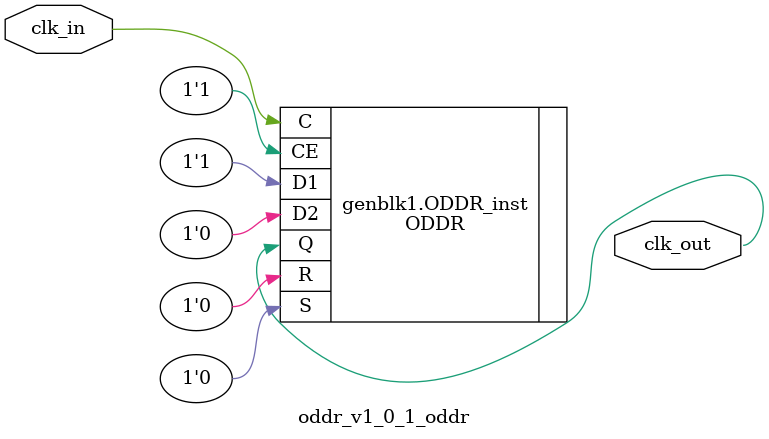
<source format=v>
`timescale 1ns / 1ps


module oddr_v1_0_1_oddr #(
		parameter C_FAMILY             = "kintex7")
		(
    input clk_in,
    output clk_out
    );
    
    
generate
        if    (C_FAMILY == "kintexu" || C_FAMILY == "kintexuplus" || C_FAMILY == "virtexu" || C_FAMILY == "virtexuplus" || C_FAMILY == "zynquplus")
            begin
            
       //   ODDRE1    : In order to incorporate this function into the design,
            //   Verilog   : the following instance declaration needs to be placed
            //  instance   : in the body of the design code.  The instance name
            // declaration : (ODDRE1_inst) and/or the port declarations within the
            //    code     : parenthesis may be changed to properly reference and
            //             : connect this function to the design.  All inputs
            //             : and outputs must be connected.
            
            
               // ODDRE1: Dedicated Dual Data Rate (DDR) Output Register
               //         UltraScale / UltraScale+
               // Xilinx HDL Language Template, version 2017.1
            
               ODDRE1 #(
                  .IS_C_INVERTED(1'b0),  // Optional inversion for clk_in
                  .IS_D1_INVERTED(1'b0), // Optional inversion for D1
                  .IS_D2_INVERTED(1'b0), // Optional inversion for D2
                  .SRVAL(1'b0)           // Initializes the ODDRE1 Flip-Flops to the specified value (1'b0, 1'b1)
               )
               ODDRE1_inst (
                  .Q(clk_out),   // 1-bit output: Data output to IOB
                  .C(clk_in),   // 1-bit input: High-speed clock input
                  .D1(1'b1), // 1-bit input: Parallel data input 1
                  .D2(1'b0), // 1-bit input: Parallel data input 2
                  .SR(1'b0)  // 1-bit input: Active High Async Reset
               );    
    
		end
   else
       begin
               
    //      ODDR     : In order to incorporate this function into the design,
       //     Verilog   : the following instance declaration needs to be placed
       //    instance   : in the body of the design code.  The instance name
       //   declaration : (ODDR_inst) and/or the port declarations within the
       //      code     : parenthesis may be changed to properly reference and
       //               : connect this function to the design.  Delete or comment
       //               : out inputs/outs that are not necessary.
           
          // ODDR: Output Double Data Rate Output Register with Set, Reset
          //       and Clock Enable.
          //       Series7
          // Xilinx HDL Language Template, version 2017.1
       
          ODDR #(
             .DDR_CLK_EDGE("OPPOSITE_EDGE"), // "OPPOSITE_EDGE" or "SAME_EDGE" 
             .INIT(1'b0),    // Initial value of Q: 1'b0 or 1'b1
             .SRTYPE("SYNC") // Set/Reset type: "SYNC" or "ASYNC" 
          ) ODDR_inst (
             .Q(clk_out),   // 1-bit DDR output
             .C(clk_in),   // 1-bit clock input
             .CE(1'b1), // 1-bit clock enable input
             .D1(1'b1), // 1-bit data input (positive edge)
             .D2(1'b0), // 1-bit data input (negative edge)
             .R(1'b0),   // 1-bit reset
             .S(1'b0)    // 1-bit set
          );
	   end
   endgenerate                    
                                                                                                                                             
endmodule



</source>
